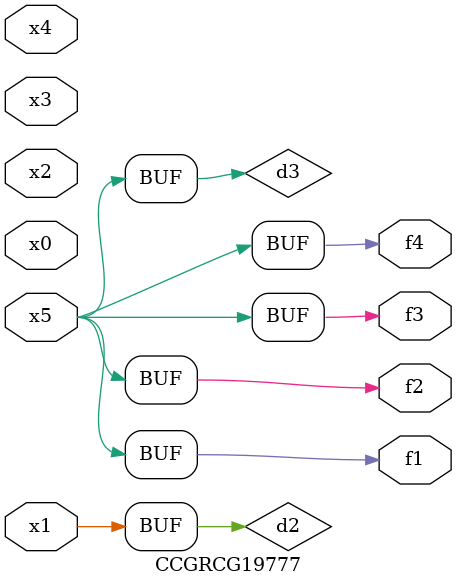
<source format=v>
module CCGRCG19777(
	input x0, x1, x2, x3, x4, x5,
	output f1, f2, f3, f4
);

	wire d1, d2, d3;

	not (d1, x5);
	or (d2, x1);
	xnor (d3, d1);
	assign f1 = d3;
	assign f2 = d3;
	assign f3 = d3;
	assign f4 = d3;
endmodule

</source>
